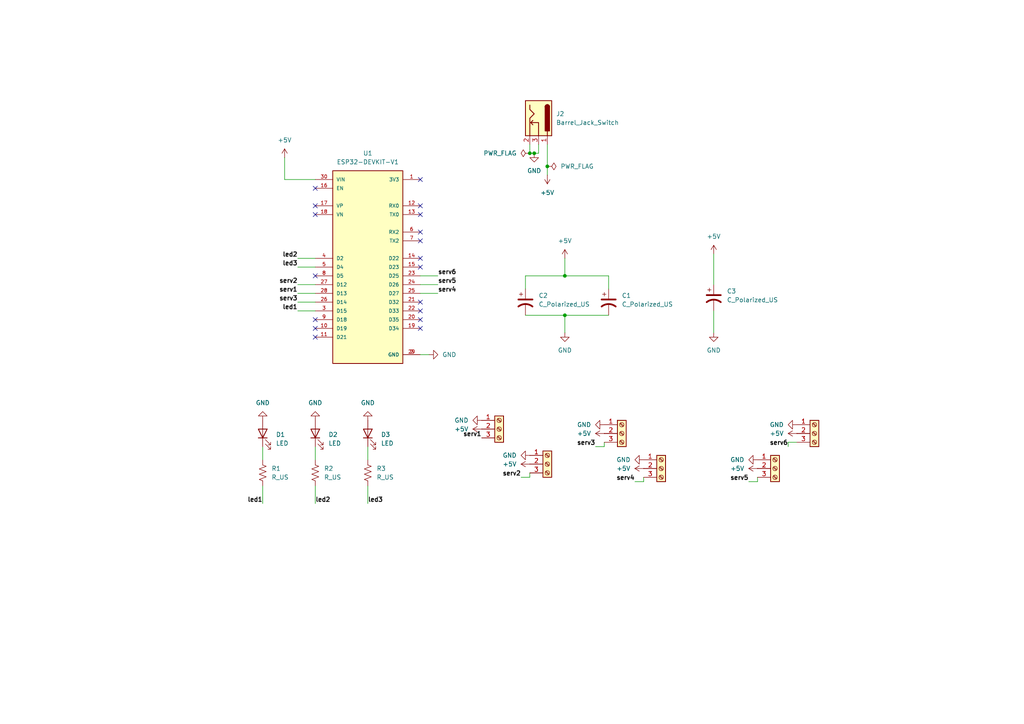
<source format=kicad_sch>
(kicad_sch (version 20231120) (generator "eeschema") (generator_version "8.0")
  (paper "A4")
  (lib_symbols
    (symbol "Connector:Barrel_Jack_Switch" (pin_names hide)
      (property "Reference" "J" (at 0 5.334 0))
      (property "Value" "Barrel_Jack_Switch" (at 0 -5.08 0))
      (symbol "Barrel_Jack_Switch_0_1"
        (rectangle (start -5.08 3.81) (end 5.08 -3.81) (stroke (width 0.254)) (fill (type background)))
        (arc (start -3.302 3.175) (mid -3.9343 2.54) (end -3.302 1.905) (stroke (width 0.254)))
        (arc (start -3.302 3.175) (mid -3.9343 2.54) (end -3.302 1.905) (stroke (width 0.254)) (fill (type outline)))
        (polyline (pts (xy 1.27 -2.286) (xy 1.905 -1.651)) (stroke (width 0.254)))
        (polyline (pts (xy 5.08 2.54) (xy 3.81 2.54)) (stroke (width 0.254)))
        (polyline (pts (xy 5.08 0) (xy 1.27 0) (xy 1.27 -2.286) (xy 0.635 -1.651)) (stroke (width 0.254)))
        (polyline (pts (xy -3.81 -2.54) (xy -2.54 -2.54) (xy -1.27 -1.27) (xy 0 -2.54) (xy 2.54 -2.54) (xy 5.08 -2.54)) (stroke (width 0.254)))
        (rectangle (start 3.683 3.175) (end -3.302 1.905) (stroke (width 0.254)) (fill (type outline)))
      )
      (symbol "Barrel_Jack_Switch_1_1"
        (pin passive line (at 7.62 2.54 180) (length 2.54) (name "~") (number "1"))
        (pin passive line (at 7.62 -2.54 180) (length 2.54) (name "~") (number "2"))
        (pin passive line (at 7.62 0 180) (length 2.54) (name "~") (number "3"))
      )
    )
    (symbol "Connector:Screw_Terminal_01x03" (pin_names (offset 1.016) hide)
      (property "Reference" "J" (at 0 5.08 0))
      (property "Value" "Screw_Terminal_01x03" (at 0 -5.08 0))
      (symbol "Screw_Terminal_01x03_1_1"
        (rectangle (start -1.27 3.81) (end 1.27 -3.81) (stroke (width 0.254)) (fill (type background)))
        (circle (center 0 -2.54) (radius 0.635) (stroke (width 0.1524)))
        (polyline (pts (xy -0.5334 -2.2098) (xy 0.3302 -3.048)) (stroke (width 0.1524)))
        (polyline (pts (xy -0.5334 0.3302) (xy 0.3302 -0.508)) (stroke (width 0.1524)))
        (polyline (pts (xy -0.5334 2.8702) (xy 0.3302 2.032)) (stroke (width 0.1524)))
        (polyline (pts (xy -0.3556 -2.032) (xy 0.508 -2.8702)) (stroke (width 0.1524)))
        (polyline (pts (xy -0.3556 0.508) (xy 0.508 -0.3302)) (stroke (width 0.1524)))
        (polyline (pts (xy -0.3556 3.048) (xy 0.508 2.2098)) (stroke (width 0.1524)))
        (circle (center 0 0) (radius 0.635) (stroke (width 0.1524)))
        (circle (center 0 2.54) (radius 0.635) (stroke (width 0.1524)))
        (pin passive line (at -5.08 2.54 0) (length 3.81) (name "Pin_1") (number "1"))
        (pin passive line (at -5.08 0 0) (length 3.81) (name "Pin_2") (number "2"))
        (pin passive line (at -5.08 -2.54 0) (length 3.81) (name "Pin_3") (number "3"))
      )
    )
    (symbol "Device:C_Polarized_US" (pin_numbers hide) (pin_names (offset 0.254) hide)
      (property "Reference" "C" (at 0.635 2.54 0))
      (property "Value" "C_Polarized_US" (at 0.635 -2.54 0))
      (symbol "C_Polarized_US_0_1"
        (polyline (pts (xy -2.032 0.762) (xy 2.032 0.762)) (stroke (width 0.508)))
        (polyline (pts (xy -1.778 2.286) (xy -0.762 2.286)))
        (polyline (pts (xy -1.27 1.778) (xy -1.27 2.794)))
        (arc (start 2.032 -1.27) (mid 0 -0.5572) (end -2.032 -1.27) (stroke (width 0.508)))
      )
      (symbol "C_Polarized_US_1_1"
        (pin passive line (at 0 3.81 270) (length 2.794) (name "~") (number "1"))
        (pin passive line (at 0 -3.81 90) (length 3.302) (name "~") (number "2"))
      )
    )
    (symbol "Device:LED" (pin_numbers hide) (pin_names (offset 1.016) hide)
      (property "Reference" "D" (at 0 2.54 0))
      (property "Value" "LED" (at 0 -2.54 0))
      (symbol "LED_0_1"
        (polyline (pts (xy -1.27 -1.27) (xy -1.27 1.27)) (stroke (width 0.254)))
        (polyline (pts (xy -1.27 0) (xy 1.27 0)))
        (polyline (pts (xy 1.27 -1.27) (xy 1.27 1.27) (xy -1.27 0) (xy 1.27 -1.27)) (stroke (width 0.254)))
        (polyline (pts (xy -3.048 -0.762) (xy -4.572 -2.286) (xy -3.81 -2.286) (xy -4.572 -2.286) (xy -4.572 -1.524)))
        (polyline (pts (xy -1.778 -0.762) (xy -3.302 -2.286) (xy -2.54 -2.286) (xy -3.302 -2.286) (xy -3.302 -1.524)))
      )
      (symbol "LED_1_1"
        (pin passive line (at -3.81 0 0) (length 2.54) (name "K") (number "1"))
        (pin passive line (at 3.81 0 180) (length 2.54) (name "A") (number "2"))
      )
    )
    (symbol "Device:R_US" (pin_numbers hide) (pin_names (offset 0))
      (property "Reference" "R" (at 2.54 0 90))
      (property "Value" "R_US" (at -2.54 0 90))
      (symbol "R_US_0_1"
        (polyline (pts (xy 0 -2.286) (xy 0 -2.54)))
        (polyline (pts (xy 0 2.286) (xy 0 2.54)))
        (polyline (pts (xy 0 -0.762) (xy 1.016 -1.143) (xy 0 -1.524) (xy -1.016 -1.905) (xy 0 -2.286)))
        (polyline (pts (xy 0 0.762) (xy 1.016 0.381) (xy 0 0) (xy -1.016 -0.381) (xy 0 -0.762)))
        (polyline (pts (xy 0 2.286) (xy 1.016 1.905) (xy 0 1.524) (xy -1.016 1.143) (xy 0 0.762)))
      )
      (symbol "R_US_1_1"
        (pin passive line (at 0 3.81 270) (length 1.27) (name "~") (number "1"))
        (pin passive line (at 0 -3.81 90) (length 1.27) (name "~") (number "2"))
      )
    )
    (symbol "ESP32 W V1:ESP32-DEVKIT-V1" (pin_names (offset 1.016))
      (property "Reference" "U" (at -10.16 30.48 0))
      (property "Value" "ESP32-DEVKIT-V1" (at -10.16 -30.48 0))
      (symbol "ESP32-DEVKIT-V1_0_0"
        (rectangle (start -10.16 -27.94) (end 10.16 27.94) (stroke (width 0.254)) (fill (type background)))
        (pin output line (at 15.24 25.4 180) (length 5.08) (name "3V3") (number "1"))
        (pin bidirectional line (at -15.24 -17.78 0) (length 5.08) (name "D19") (number "10"))
        (pin bidirectional line (at -15.24 -20.32 0) (length 5.08) (name "D21") (number "11"))
        (pin input line (at 15.24 17.78 180) (length 5.08) (name "RX0") (number "12"))
        (pin output line (at 15.24 15.24 180) (length 5.08) (name "TX0") (number "13"))
        (pin bidirectional line (at 15.24 2.54 180) (length 5.08) (name "D22") (number "14"))
        (pin bidirectional line (at 15.24 0 180) (length 5.08) (name "D23") (number "15"))
        (pin input line (at -15.24 22.86 0) (length 5.08) (name "EN") (number "16"))
        (pin bidirectional line (at -15.24 17.78 0) (length 5.08) (name "VP") (number "17"))
        (pin bidirectional line (at -15.24 15.24 0) (length 5.08) (name "VN") (number "18"))
        (pin bidirectional line (at 15.24 -17.78 180) (length 5.08) (name "D34") (number "19"))
        (pin power_in line (at 15.24 -25.4 180) (length 5.08) (name "GND") (number "2"))
        (pin bidirectional line (at 15.24 -15.24 180) (length 5.08) (name "D35") (number "20"))
        (pin bidirectional line (at 15.24 -10.16 180) (length 5.08) (name "D32") (number "21"))
        (pin bidirectional line (at 15.24 -12.7 180) (length 5.08) (name "D33") (number "22"))
        (pin bidirectional line (at 15.24 -2.54 180) (length 5.08) (name "D25") (number "23"))
        (pin bidirectional line (at 15.24 -5.08 180) (length 5.08) (name "D26") (number "24"))
        (pin bidirectional line (at 15.24 -7.62 180) (length 5.08) (name "D27") (number "25"))
        (pin bidirectional line (at -15.24 -10.16 0) (length 5.08) (name "D14") (number "26"))
        (pin bidirectional line (at -15.24 -5.08 0) (length 5.08) (name "D12") (number "27"))
        (pin bidirectional line (at -15.24 -7.62 0) (length 5.08) (name "D13") (number "28"))
        (pin power_in line (at 15.24 -25.4 180) (length 5.08) (name "GND") (number "29"))
        (pin bidirectional line (at -15.24 -12.7 0) (length 5.08) (name "D15") (number "3"))
        (pin input line (at -15.24 25.4 0) (length 5.08) (name "VIN") (number "30"))
        (pin bidirectional line (at -15.24 2.54 0) (length 5.08) (name "D2") (number "4"))
        (pin bidirectional line (at -15.24 0 0) (length 5.08) (name "D4") (number "5"))
        (pin input line (at 15.24 10.16 180) (length 5.08) (name "RX2") (number "6"))
        (pin output line (at 15.24 7.62 180) (length 5.08) (name "TX2") (number "7"))
        (pin bidirectional line (at -15.24 -2.54 0) (length 5.08) (name "D5") (number "8"))
        (pin bidirectional line (at -15.24 -15.24 0) (length 5.08) (name "D18") (number "9"))
      )
    )
    (symbol "power:+5V" (power) (pin_numbers hide) (pin_names (offset 0) hide)
      (property "Value" "+5V" (at 0 3.556 0))
      (symbol "+5V_0_1"
        (polyline (pts (xy -0.762 1.27) (xy 0 2.54)))
        (polyline (pts (xy 0 0) (xy 0 2.54)))
        (polyline (pts (xy 0 2.54) (xy 0.762 1.27)))
      )
      (symbol "+5V_1_1"
        (pin power_in line (at 0 0 90) (length 0) (name "~") (number "1"))
      )
    )
    (symbol "power:GND" (power) (pin_numbers hide) (pin_names (offset 0) hide)
      (property "Value" "GND" (at 0 -3.81 0))
      (symbol "GND_0_1"
        (polyline (pts (xy 0 0) (xy 0 -1.27) (xy 1.27 -1.27) (xy 0 -2.54) (xy -1.27 -1.27) (xy 0 -1.27)))
      )
      (symbol "GND_1_1"
        (pin power_in line (at 0 0 270) (length 0) (name "~") (number "1"))
      )
    )
    (symbol "power:PWR_FLAG" (power) (pin_numbers hide) (pin_names (offset 0) hide)
      (property "Value" "PWR_FLAG" (at 0 3.81 0))
      (symbol "PWR_FLAG_0_0"
        (pin power_out line (at 0 0 90) (length 0) (name "~") (number "1"))
      )
      (symbol "PWR_FLAG_0_1"
        (polyline (pts (xy 0 0) (xy 0 1.27) (xy -1.016 1.905) (xy 0 2.54) (xy 1.016 1.905) (xy 0 1.27)))
      )
    )
  )
  (junction (at 153.67 44.45))
  (junction (at 158.75 48.26))
  (junction (at 154.94 44.45))
  (junction (at 163.83 91.44))
  (junction (at 163.83 80.01))
  (no_connect (at 91.44 97.79))
  (no_connect (at 121.92 87.63))
  (no_connect (at 121.92 69.85))
  (no_connect (at 91.44 92.71))
  (no_connect (at 91.44 54.61))
  (no_connect (at 91.44 59.69))
  (no_connect (at 121.92 67.31))
  (no_connect (at 91.44 80.01))
  (no_connect (at 91.44 62.23))
  (no_connect (at 121.92 77.47))
  (no_connect (at 121.92 92.71))
  (no_connect (at 91.44 95.25))
  (no_connect (at 121.92 90.17))
  (no_connect (at 121.92 59.69))
  (no_connect (at 121.92 74.93))
  (no_connect (at 121.92 95.25))
  (no_connect (at 121.92 52.07))
  (no_connect (at 121.92 62.23))
  (wire (pts (xy 86.36 77.47) (xy 91.44 77.47)))
  (wire (pts (xy 172.72 129.54) (xy 175.26 129.54)))
  (wire (pts (xy 152.4 80.01) (xy 163.83 80.01)))
  (wire (pts (xy 163.83 80.01) (xy 176.53 80.01)))
  (wire (pts (xy 121.92 85.09) (xy 127 85.09)))
  (wire (pts (xy 82.55 45.72) (xy 82.55 52.07)))
  (wire (pts (xy 153.67 44.45) (xy 154.94 44.45)))
  (wire (pts (xy 186.69 139.7) (xy 186.69 138.43)))
  (wire (pts (xy 228.6 129.54) (xy 228.6 128.27)))
  (wire (pts (xy 153.67 138.43) (xy 153.67 137.16)))
  (wire (pts (xy 156.21 44.45) (xy 156.21 41.91)))
  (wire (pts (xy 207.01 90.17) (xy 207.01 96.52)))
  (wire (pts (xy 228.6 128.27) (xy 231.14 128.27)))
  (wire (pts (xy 106.68 133.35) (xy 106.68 129.54)))
  (wire (pts (xy 163.83 91.44) (xy 176.53 91.44)))
  (wire (pts (xy 121.92 82.55) (xy 127 82.55)))
  (wire (pts (xy 86.36 85.09) (xy 91.44 85.09)))
  (wire (pts (xy 91.44 140.97) (xy 91.44 146.05)))
  (wire (pts (xy 154.94 44.45) (xy 156.21 44.45)))
  (wire (pts (xy 86.36 87.63) (xy 91.44 87.63)))
  (wire (pts (xy 86.36 82.55) (xy 91.44 82.55)))
  (wire (pts (xy 76.2 140.97) (xy 76.2 146.05)))
  (wire (pts (xy 91.44 133.35) (xy 91.44 129.54)))
  (wire (pts (xy 121.92 102.87) (xy 124.46 102.87)))
  (wire (pts (xy 217.17 139.7) (xy 219.71 139.7)))
  (wire (pts (xy 106.68 140.97) (xy 106.68 146.05)))
  (wire (pts (xy 121.92 80.01) (xy 127 80.01)))
  (wire (pts (xy 175.26 129.54) (xy 175.26 128.27)))
  (wire (pts (xy 153.67 41.91) (xy 153.67 44.45)))
  (wire (pts (xy 163.83 91.44) (xy 163.83 96.52)))
  (wire (pts (xy 82.55 52.07) (xy 91.44 52.07)))
  (wire (pts (xy 152.4 83.82) (xy 152.4 80.01)))
  (wire (pts (xy 184.15 139.7) (xy 186.69 139.7)))
  (wire (pts (xy 158.75 48.26) (xy 158.75 50.8)))
  (wire (pts (xy 158.75 41.91) (xy 158.75 48.26)))
  (wire (pts (xy 86.36 90.17) (xy 91.44 90.17)))
  (wire (pts (xy 176.53 80.01) (xy 176.53 83.82)))
  (wire (pts (xy 76.2 133.35) (xy 76.2 129.54)))
  (wire (pts (xy 151.13 138.43) (xy 153.67 138.43)))
  (wire (pts (xy 207.01 73.66) (xy 207.01 82.55)))
  (wire (pts (xy 152.4 91.44) (xy 163.83 91.44)))
  (wire (pts (xy 163.83 74.93) (xy 163.83 80.01)))
  (wire (pts (xy 86.36 74.93) (xy 91.44 74.93)))
  (wire (pts (xy 219.71 139.7) (xy 219.71 138.43)))
  (label "serv6" (at 127 80.01 0) (effects (font (bold yes))))
  (label "serv1" (at 139.7 127 180) (effects (font (bold yes))))
  (label "led2" (at 86.36 74.93 180) (effects (font (bold yes))))
  (label "led3" (at 86.36 77.47 180) (effects (font (bold yes))))
  (label "serv4" (at 127 85.09 0) (effects (font (bold yes))))
  (label "serv3" (at 172.72 129.54 180) (effects (font (bold yes))))
  (label "serv5" (at 217.17 139.7 180) (effects (font (bold yes))))
  (label "serv4" (at 184.15 139.7 180) (effects (font (bold yes))))
  (label "serv2" (at 151.13 138.43 180) (effects (font (bold yes))))
  (label "serv3" (at 86.36 87.63 180) (effects (font (bold yes))))
  (label "led1" (at 76.2 146.05 180) (effects (font (bold yes))))
  (label "led2" (at 91.44 146.05 0) (effects (font (bold yes))))
  (label "serv5" (at 127 82.55 0) (effects (font (bold yes))))
  (label "serv2" (at 86.36 82.55 180) (effects (font (bold yes))))
  (label "serv6" (at 228.6 129.54 180) (effects (font (bold yes))))
  (label "serv1" (at 86.36 85.09 180) (effects (font (bold yes))))
  (label "led3" (at 106.68 146.05 0) (effects (font (bold yes))))
  (label "led1" (at 86.36 90.17 180) (effects (font (bold yes))))
  (symbol (lib_id "Connector:Screw_Terminal_01x03") (at 224.79 135.89 0) (unit 1)
    (property "Reference" "J7" (effects (hide yes)))
    (property "Value" "Screw_Terminal_01x03" (effects (hide yes)))
    (property "Footprint" "Connector_PinHeader_2.54mm:PinHeader_1x03_P2.54mm_Vertical" (effects (hide yes)))
    (property "Description" "Generic screw terminal, single row, 01x03, script generated (kicad-library-utils/schlib/autogen/connector/)" (effects (hide yes)))
  )
  (symbol (lib_id "ESP32 W V1:ESP32-DEVKIT-V1") (at 106.68 77.47 0) (unit 1)
    (property "Reference" "U1" (at 106.68 44.45 0))
    (property "Value" "ESP32-DEVKIT-V1" (at 106.68 46.99 0))
    (property "Footprint" "devkit:MODULE_ESP32_DEVKIT_V1" (effects (hide yes)))
    (property "MF" "Do it" (effects (hide yes)))
    (property "MAXIMUM_PACKAGE_HEIGHT" "6.8 mm" (effects (hide yes)))
    (property "Package" "None" (effects (hide yes)))
    (property "Price" "None" (effects (hide yes)))
    (property "Check_prices" "https://www.snapeda.com/parts/ESP32-DEVKIT-V1/Do+it/view-part/?ref=eda" (effects (hide yes)))
    (property "STANDARD" "Manufacturer Recommendations" (effects (hide yes)))
    (property "PARTREV" "N/A" (effects (hide yes)))
    (property "SnapEDA_Link" "https://www.snapeda.com/parts/ESP32-DEVKIT-V1/Do+it/view-part/?ref=snap" (effects (hide yes)))
    (property "MP" "ESP32-DEVKIT-V1" (effects (hide yes)))
    (property "Description_1" "\nDual core, Wi-Fi: 2.4 GHz up to 150 Mbits/s,BLE (Bluetooth Low Energy) and legacy Bluetooth, 32 bits, Up to 240 MHz\n" (effects (hide yes)))
    (property "Availability" "Not in stock" (effects (hide yes)))
    (property "MANUFACTURER" "DOIT" (effects (hide yes)))
  )
  (symbol (lib_id "power:+5V") (at 139.7 124.46 90) (unit 1)
    (property "Reference" "#PWR025" (effects (hide yes)))
    (property "Value" "+5V" (at 135.89 124.4599 90) (effects (justify left)))
    (property "Description" "Power symbol creates a global label with name \"+5V\"" (effects (hide yes)))
  )
  (symbol (lib_id "Connector:Screw_Terminal_01x03") (at 180.34 125.73 0) (unit 1)
    (property "Reference" "J9" (effects (hide yes)))
    (property "Value" "Screw_Terminal_01x03" (effects (hide yes)))
    (property "Footprint" "Connector_PinHeader_2.54mm:PinHeader_1x03_P2.54mm_Vertical" (effects (hide yes)))
    (property "Description" "Generic screw terminal, single row, 01x03, script generated (kicad-library-utils/schlib/autogen/connector/)" (effects (hide yes)))
  )
  (symbol (lib_id "Device:C_Polarized_US") (at 152.4 87.63 0) (unit 1)
    (property "Reference" "C2" (at 156.21 85.7249 0) (effects (justify left)))
    (property "Value" "C_Polarized_US" (at 156.21 88.2649 0) (effects (justify left)))
    (property "Footprint" "Capacitor_THT:CP_Radial_D10.0mm_P5.00mm" (effects (hide yes)))
    (property "Description" "Polarized capacitor, US symbol" (effects (hide yes)))
  )
  (symbol (lib_id "power:GND") (at 219.71 133.35 270) (unit 1)
    (property "Reference" "#PWR09" (effects (hide yes)))
    (property "Value" "GND" (at 215.9 133.3499 90) (effects (justify right)))
    (property "Description" "Power symbol creates a global label with name \"GND\" , ground" (effects (hide yes)))
  )
  (symbol (lib_id "Device:R_US") (at 91.44 137.16 0) (unit 1)
    (property "Reference" "R2" (at 93.98 135.8899 0) (effects (justify left)))
    (property "Value" "R_US" (at 93.98 138.4299 0) (effects (justify left)))
    (property "Footprint" "Resistor_THT:R_Axial_DIN0207_L6.3mm_D2.5mm_P7.62mm_Horizontal" (effects (hide yes)))
    (property "Description" "Resistor, US symbol" (effects (hide yes)))
  )
  (symbol (lib_id "power:+5V") (at 163.83 74.93 0) (unit 1)
    (property "Reference" "#PWR011" (effects (hide yes)))
    (property "Value" "+5V" (at 163.83 69.85 0))
    (property "Description" "Power symbol creates a global label with name \"+5V\"" (effects (hide yes)))
  )
  (symbol (lib_id "power:GND") (at 106.68 121.92 180) (unit 1)
    (property "Reference" "#PWR018" (effects (hide yes)))
    (property "Value" "GND" (at 106.68 116.84 0))
    (property "Description" "Power symbol creates a global label with name \"GND\" , ground" (effects (hide yes)))
  )
  (symbol (lib_id "Connector:Screw_Terminal_01x03") (at 144.78 124.46 0) (unit 1)
    (property "Reference" "J10" (effects (hide yes)))
    (property "Value" "Screw_Terminal_01x03" (effects (hide yes)))
    (property "Footprint" "Connector_PinHeader_2.54mm:PinHeader_1x03_P2.54mm_Vertical" (effects (hide yes)))
    (property "Description" "Generic screw terminal, single row, 01x03, script generated (kicad-library-utils/schlib/autogen/connector/)" (effects (hide yes)))
  )
  (symbol (lib_id "power:PWR_FLAG") (at 158.75 48.26 270) (unit 1)
    (property "Reference" "#FLG01" (effects (hide yes)))
    (property "Value" "PWR_FLAG" (at 162.56 48.2599 90) (effects (justify left)))
    (property "Description" "Special symbol for telling ERC where power comes from" (effects (hide yes)))
  )
  (symbol (lib_id "power:GND") (at 139.7 121.92 270) (unit 1)
    (property "Reference" "#PWR02" (effects (hide yes)))
    (property "Value" "GND" (at 135.89 121.9199 90) (effects (justify right)))
    (property "Description" "Power symbol creates a global label with name \"GND\" , ground" (effects (hide yes)))
  )
  (symbol (lib_id "power:GND") (at 175.26 123.19 270) (unit 1)
    (property "Reference" "#PWR07" (effects (hide yes)))
    (property "Value" "GND" (at 171.45 123.1899 90) (effects (justify right)))
    (property "Description" "Power symbol creates a global label with name \"GND\" , ground" (effects (hide yes)))
  )
  (symbol (lib_id "power:GND") (at 153.67 132.08 270) (unit 1)
    (property "Reference" "#PWR06" (effects (hide yes)))
    (property "Value" "GND" (at 149.86 132.0799 90) (effects (justify right)))
    (property "Description" "Power symbol creates a global label with name \"GND\" , ground" (effects (hide yes)))
  )
  (symbol (lib_id "Device:LED") (at 91.44 125.73 90) (unit 1)
    (property "Reference" "D2" (at 95.25 126.0474 90) (effects (justify right)))
    (property "Value" "LED" (at 95.25 128.5874 90) (effects (justify right)))
    (property "Footprint" "LED_THT:LED_D3.0mm_Horizontal_O6.35mm_Z10.0mm" (effects (hide yes)))
    (property "Description" "Light emitting diode" (effects (hide yes)))
  )
  (symbol (lib_id "power:GND") (at 124.46 102.87 90) (unit 1)
    (property "Reference" "#PWR03" (effects (hide yes)))
    (property "Value" "GND" (at 128.27 102.8699 90) (effects (justify right)))
    (property "Description" "Power symbol creates a global label with name \"GND\" , ground" (effects (hide yes)))
  )
  (symbol (lib_id "power:GND") (at 163.83 96.52 0) (unit 1)
    (property "Reference" "#PWR014" (effects (hide yes)))
    (property "Value" "GND" (at 163.83 101.6 0))
    (property "Description" "Power symbol creates a global label with name \"GND\" , ground" (effects (hide yes)))
  )
  (symbol (lib_id "Device:C_Polarized_US") (at 207.01 86.36 0) (unit 1)
    (property "Reference" "C3" (at 210.82 84.4549 0) (effects (justify left)))
    (property "Value" "C_Polarized_US" (at 210.82 86.9949 0) (effects (justify left)))
    (property "Footprint" "Capacitor_THT:CP_Radial_D10.0mm_P5.00mm" (effects (hide yes)))
    (property "Description" "Polarized capacitor, US symbol" (effects (hide yes)))
  )
  (symbol (lib_id "Connector:Screw_Terminal_01x03") (at 158.75 134.62 0) (unit 1)
    (property "Reference" "J5" (effects (hide yes)))
    (property "Value" "Screw_Terminal_01x03" (effects (hide yes)))
    (property "Footprint" "Connector_PinHeader_2.54mm:PinHeader_1x03_P2.54mm_Vertical" (effects (hide yes)))
    (property "Description" "Generic screw terminal, single row, 01x03, script generated (kicad-library-utils/schlib/autogen/connector/)" (effects (hide yes)))
  )
  (symbol (lib_id "power:+5V") (at 219.71 135.89 90) (unit 1)
    (property "Reference" "#PWR023" (effects (hide yes)))
    (property "Value" "+5V" (at 215.9 135.8899 90) (effects (justify left)))
    (property "Description" "Power symbol creates a global label with name \"+5V\"" (effects (hide yes)))
  )
  (symbol (lib_id "power:+5V") (at 82.55 45.72 0) (unit 1)
    (property "Reference" "#PWR05" (effects (hide yes)))
    (property "Value" "+5V" (at 82.55 40.64 0))
    (property "Description" "Power symbol creates a global label with name \"+5V\"" (effects (hide yes)))
  )
  (symbol (lib_id "power:+5V") (at 153.67 134.62 90) (unit 1)
    (property "Reference" "#PWR020" (effects (hide yes)))
    (property "Value" "+5V" (at 149.86 134.6199 90) (effects (justify left)))
    (property "Description" "Power symbol creates a global label with name \"+5V\"" (effects (hide yes)))
  )
  (symbol (lib_id "power:GND") (at 154.94 44.45 0) (unit 1)
    (property "Reference" "#PWR01" (effects (hide yes)))
    (property "Value" "GND" (at 154.94 49.53 0))
    (property "Description" "Power symbol creates a global label with name \"GND\" , ground" (effects (hide yes)))
  )
  (symbol (lib_id "power:+5V") (at 186.69 135.89 90) (unit 1)
    (property "Reference" "#PWR022" (effects (hide yes)))
    (property "Value" "+5V" (at 182.88 135.8899 90) (effects (justify left)))
    (property "Description" "Power symbol creates a global label with name \"+5V\"" (effects (hide yes)))
  )
  (symbol (lib_id "power:+5V") (at 231.14 125.73 90) (unit 1)
    (property "Reference" "#PWR024" (effects (hide yes)))
    (property "Value" "+5V" (at 227.33 125.7299 90) (effects (justify left)))
    (property "Description" "Power symbol creates a global label with name \"+5V\"" (effects (hide yes)))
  )
  (symbol (lib_id "power:PWR_FLAG") (at 153.67 44.45 90) (unit 1)
    (property "Reference" "#FLG02" (effects (hide yes)))
    (property "Value" "PWR_FLAG" (at 149.86 44.4499 90) (effects (justify left)))
    (property "Description" "Special symbol for telling ERC where power comes from" (effects (hide yes)))
  )
  (symbol (lib_id "power:GND") (at 91.44 121.92 180) (unit 1)
    (property "Reference" "#PWR017" (effects (hide yes)))
    (property "Value" "GND" (at 91.44 116.84 0))
    (property "Description" "Power symbol creates a global label with name \"GND\" , ground" (effects (hide yes)))
  )
  (symbol (lib_id "Device:LED") (at 106.68 125.73 90) (unit 1)
    (property "Reference" "D3" (at 110.49 126.0474 90) (effects (justify right)))
    (property "Value" "LED" (at 110.49 128.5874 90) (effects (justify right)))
    (property "Footprint" "LED_THT:LED_D3.0mm_Horizontal_O6.35mm_Z10.0mm" (effects (hide yes)))
    (property "Description" "Light emitting diode" (effects (hide yes)))
  )
  (symbol (lib_id "Device:R_US") (at 76.2 137.16 0) (unit 1)
    (property "Reference" "R1" (at 78.74 135.8899 0) (effects (justify left)))
    (property "Value" "R_US" (at 78.74 138.4299 0) (effects (justify left)))
    (property "Footprint" "Resistor_THT:R_Axial_DIN0207_L6.3mm_D2.5mm_P7.62mm_Horizontal" (effects (hide yes)))
    (property "Description" "Resistor, US symbol" (effects (hide yes)))
  )
  (symbol (lib_id "power:GND") (at 186.69 133.35 270) (unit 1)
    (property "Reference" "#PWR08" (effects (hide yes)))
    (property "Value" "GND" (at 182.88 133.3499 90) (effects (justify right)))
    (property "Description" "Power symbol creates a global label with name \"GND\" , ground" (effects (hide yes)))
  )
  (symbol (lib_id "Connector:Screw_Terminal_01x03") (at 191.77 135.89 0) (unit 1)
    (property "Reference" "J6" (effects (hide yes)))
    (property "Value" "Screw_Terminal_01x03" (effects (hide yes)))
    (property "Footprint" "Connector_PinHeader_2.54mm:PinHeader_1x03_P2.54mm_Vertical" (effects (hide yes)))
    (property "Description" "Generic screw terminal, single row, 01x03, script generated (kicad-library-utils/schlib/autogen/connector/)" (effects (hide yes)))
  )
  (symbol (lib_id "power:GND") (at 207.01 96.52 0) (unit 1)
    (property "Reference" "#PWR015" (effects (hide yes)))
    (property "Value" "GND" (at 207.01 101.6 0))
    (property "Description" "Power symbol creates a global label with name \"GND\" , ground" (effects (hide yes)))
  )
  (symbol (lib_id "power:+5V") (at 175.26 125.73 90) (unit 1)
    (property "Reference" "#PWR021" (effects (hide yes)))
    (property "Value" "+5V" (at 171.45 125.7299 90) (effects (justify left)))
    (property "Description" "Power symbol creates a global label with name \"+5V\"" (effects (hide yes)))
  )
  (symbol (lib_id "power:GND") (at 76.2 121.92 180) (unit 1)
    (property "Reference" "#PWR016" (effects (hide yes)))
    (property "Value" "GND" (at 76.2 116.84 0))
    (property "Description" "Power symbol creates a global label with name \"GND\" , ground" (effects (hide yes)))
  )
  (symbol (lib_id "Connector:Screw_Terminal_01x03") (at 236.22 125.73 0) (unit 1)
    (property "Reference" "J8" (effects (hide yes)))
    (property "Value" "Screw_Terminal_01x03" (effects (hide yes)))
    (property "Footprint" "Connector_PinHeader_2.54mm:PinHeader_1x03_P2.54mm_Vertical" (effects (hide yes)))
    (property "Description" "Generic screw terminal, single row, 01x03, script generated (kicad-library-utils/schlib/autogen/connector/)" (effects (hide yes)))
  )
  (symbol (lib_id "Device:LED") (at 76.2 125.73 90) (unit 1)
    (property "Reference" "D1" (at 80.01 126.0474 90) (effects (justify right)))
    (property "Value" "LED" (at 80.01 128.5874 90) (effects (justify right)))
    (property "Footprint" "LED_THT:LED_D3.0mm_Horizontal_O6.35mm_Z10.0mm" (effects (hide yes)))
    (property "Description" "Light emitting diode" (effects (hide yes)))
  )
  (symbol (lib_id "power:GND") (at 231.14 123.19 270) (unit 1)
    (property "Reference" "#PWR010" (effects (hide yes)))
    (property "Value" "GND" (at 227.33 123.1899 90) (effects (justify right)))
    (property "Description" "Power symbol creates a global label with name \"GND\" , ground" (effects (hide yes)))
  )
  (symbol (lib_id "power:+5V") (at 207.01 73.66 0) (unit 1)
    (property "Reference" "#PWR012" (effects (hide yes)))
    (property "Value" "+5V" (at 207.01 68.58 0))
    (property "Description" "Power symbol creates a global label with name \"+5V\"" (effects (hide yes)))
  )
  (symbol (lib_id "Device:C_Polarized_US") (at 176.53 87.63 0) (unit 1)
    (property "Reference" "C1" (at 180.34 85.7249 0) (effects (justify left)))
    (property "Value" "C_Polarized_US" (at 180.34 88.2649 0) (effects (justify left)))
    (property "Footprint" "Capacitor_THT:CP_Radial_D10.0mm_P5.00mm" (effects (hide yes)))
    (property "Description" "Polarized capacitor, US symbol" (effects (hide yes)))
  )
  (symbol (lib_id "Device:R_US") (at 106.68 137.16 0) (unit 1)
    (property "Reference" "R3" (at 109.22 135.8899 0) (effects (justify left)))
    (property "Value" "R_US" (at 109.22 138.4299 0) (effects (justify left)))
    (property "Footprint" "Resistor_THT:R_Axial_DIN0207_L6.3mm_D2.5mm_P7.62mm_Horizontal" (effects (hide yes)))
    (property "Description" "Resistor, US symbol" (effects (hide yes)))
  )
  (symbol (lib_id "power:+5V") (at 158.75 50.8 180) (unit 1)
    (property "Reference" "#PWR04" (effects (hide yes)))
    (property "Value" "+5V" (at 158.75 55.88 0))
    (property "Description" "Power symbol creates a global label with name \"+5V\"" (effects (hide yes)))
  )
  (symbol (lib_id "Connector:Barrel_Jack_Switch") (at 156.21 34.29 270) (unit 1)
    (property "Reference" "J2" (at 161.29 33.0199 90) (effects (justify left)))
    (property "Value" "Barrel_Jack_Switch" (at 161.29 35.5599 90) (effects (justify left)))
    (property "Footprint" "Connector_BarrelJack:BarrelJack_Horizontal" (effects (hide yes)))
    (property "Description" "DC Barrel Jack with an internal switch" (effects (hide yes)))
  )
)
</source>
